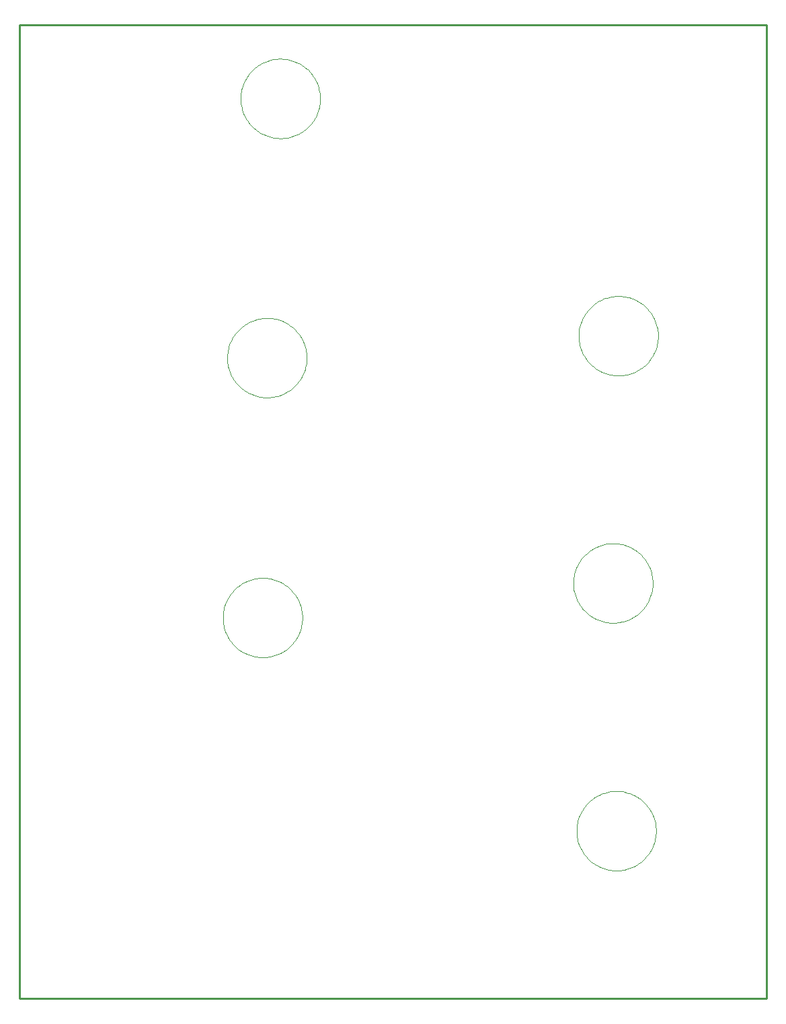
<source format=gko>
G04*
G04 #@! TF.GenerationSoftware,Altium Limited,Altium Designer,21.7.2 (23)*
G04*
G04 Layer_Color=16711935*
%FSLAX25Y25*%
%MOIN*%
G70*
G04*
G04 #@! TF.SameCoordinates,4BFCC9AB-D371-4FE3-9C4A-9AD3909CC9B1*
G04*
G04*
G04 #@! TF.FilePolarity,Positive*
G04*
G01*
G75*
%ADD13C,0.01000*%
%ADD123C,0.00394*%
D13*
X11811Y11811D02*
X381890D01*
X11811Y494095D02*
X381890D01*
Y11811D02*
Y494095D01*
X11811Y11811D02*
Y494095D01*
D123*
X158878Y466048D02*
X158434Y466941D01*
X157945Y467810D01*
X157413Y468654D01*
X156839Y469469D01*
X156224Y470255D01*
X155570Y471008D01*
X154878Y471727D01*
X154152Y472410D01*
X153391Y473055D01*
X152599Y473661D01*
X151778Y474226D01*
X150928Y474749D01*
X150053Y475228D01*
X149155Y475662D01*
X148237Y476050D01*
X147300Y476392D01*
X146346Y476685D01*
X145379Y476929D01*
X144401Y477125D01*
X143415Y477270D01*
X142422Y477365D01*
X141426Y477410D01*
X140428Y477405D01*
X139432Y477349D01*
X138441Y477242D01*
X137456Y477085D01*
X136480Y476879D01*
X135516Y476624D01*
X134566Y476320D01*
X133633Y475968D01*
X132718Y475570D01*
X131825Y475126D01*
X130956Y474637D01*
X130113Y474104D01*
X129297Y473530D01*
X128512Y472915D01*
X127759Y472261D01*
X127040Y471570D01*
X126357Y470843D01*
X125712Y470083D01*
X125106Y469291D01*
X124540Y468469D01*
X124018Y467620D01*
X123539Y466745D01*
X123104Y465847D01*
X122716Y464928D01*
X122375Y463991D01*
X122082Y463038D01*
X121837Y462071D01*
X121642Y461093D01*
X121497Y460106D01*
X121401Y459113D01*
X121356Y458117D01*
X121362Y457120D01*
X121418Y456124D01*
X121525Y455132D01*
X121681Y454147D01*
X121888Y453171D01*
X122143Y452207D01*
X122447Y451257D01*
X122799Y450324D01*
X123197Y449410D01*
X123641Y448517D01*
X124130Y447647D01*
X124662Y446804D01*
X125237Y445989D01*
X125852Y445203D01*
X126506Y444450D01*
X127197Y443731D01*
X127924Y443048D01*
X128684Y442403D01*
X129476Y441797D01*
X130298Y441232D01*
X131147Y440709D01*
X132022Y440230D01*
X132920Y439796D01*
X133839Y439408D01*
X134776Y439067D01*
X135729Y438773D01*
X136696Y438529D01*
X137674Y438334D01*
X138661Y438188D01*
X139654Y438093D01*
X140650Y438048D01*
X141647Y438053D01*
X142643Y438110D01*
X143635Y438216D01*
X144620Y438373D01*
X145595Y438579D01*
X146560Y438834D01*
X147509Y439138D01*
X148443Y439490D01*
X149357Y439888D01*
X150250Y440333D01*
X151119Y440822D01*
X151963Y441354D01*
X152778Y441928D01*
X153563Y442543D01*
X154316Y443197D01*
X155035Y443888D01*
X155718Y444615D01*
X156364Y445375D01*
X156970Y446168D01*
X157535Y446989D01*
X158058Y447839D01*
X158537Y448713D01*
X158971Y449611D01*
X159359Y450530D01*
X159700Y451467D01*
X159993Y452421D01*
X160238Y453387D01*
X160433Y454365D01*
X160579Y455352D01*
X160674Y456345D01*
X160719Y457341D01*
X160713Y458339D01*
X160657Y459334D01*
X160551Y460326D01*
X160394Y461311D01*
X160188Y462287D01*
X159932Y463251D01*
X159628Y464201D01*
X159277Y465134D01*
X158878Y466048D01*
X326428Y348481D02*
X325984Y349374D01*
X325495Y350243D01*
X324963Y351086D01*
X324388Y351902D01*
X323773Y352687D01*
X323119Y353440D01*
X322428Y354159D01*
X321702Y354842D01*
X320941Y355487D01*
X320149Y356093D01*
X319327Y356658D01*
X318478Y357181D01*
X317603Y357660D01*
X316705Y358095D01*
X315787Y358483D01*
X314849Y358824D01*
X313896Y359117D01*
X312929Y359362D01*
X311951Y359557D01*
X310964Y359702D01*
X309972Y359798D01*
X308975Y359842D01*
X307978Y359837D01*
X306982Y359781D01*
X305991Y359674D01*
X305006Y359518D01*
X304030Y359311D01*
X303066Y359056D01*
X302116Y358752D01*
X301183Y358400D01*
X300268Y358002D01*
X299375Y357558D01*
X298506Y357069D01*
X297662Y356537D01*
X296847Y355962D01*
X296062Y355347D01*
X295309Y354693D01*
X294590Y354002D01*
X293907Y353275D01*
X293261Y352515D01*
X292655Y351723D01*
X292090Y350901D01*
X291567Y350052D01*
X291088Y349177D01*
X290654Y348279D01*
X290266Y347360D01*
X289925Y346423D01*
X289632Y345470D01*
X289387Y344503D01*
X289192Y343525D01*
X289047Y342538D01*
X288951Y341545D01*
X288906Y340549D01*
X288912Y339552D01*
X288968Y338556D01*
X289074Y337564D01*
X289231Y336579D01*
X289437Y335604D01*
X289693Y334640D01*
X289997Y333690D01*
X290348Y332756D01*
X290747Y331842D01*
X291191Y330949D01*
X291680Y330080D01*
X292212Y329236D01*
X292787Y328421D01*
X293402Y327636D01*
X294055Y326883D01*
X294747Y326164D01*
X295473Y325481D01*
X296234Y324835D01*
X297026Y324229D01*
X297848Y323664D01*
X298697Y323141D01*
X299572Y322662D01*
X300470Y322228D01*
X301388Y321840D01*
X302326Y321499D01*
X303279Y321205D01*
X304246Y320961D01*
X305224Y320766D01*
X306210Y320620D01*
X307203Y320525D01*
X308200Y320480D01*
X309197Y320486D01*
X310193Y320542D01*
X311184Y320648D01*
X312169Y320805D01*
X313145Y321011D01*
X314109Y321267D01*
X315059Y321570D01*
X315992Y321922D01*
X316907Y322321D01*
X317800Y322765D01*
X318669Y323254D01*
X319512Y323786D01*
X320328Y324360D01*
X321113Y324975D01*
X321866Y325629D01*
X322585Y326321D01*
X323268Y327047D01*
X323914Y327808D01*
X324519Y328600D01*
X325085Y329421D01*
X325607Y330271D01*
X326087Y331146D01*
X326521Y332044D01*
X326909Y332962D01*
X327250Y333899D01*
X327543Y334853D01*
X327788Y335820D01*
X327983Y336798D01*
X328129Y337784D01*
X328224Y338777D01*
X328269Y339774D01*
X328263Y340771D01*
X328207Y341767D01*
X328100Y342758D01*
X327944Y343743D01*
X327738Y344719D01*
X327482Y345683D01*
X327178Y346633D01*
X326827Y347566D01*
X326428Y348481D01*
X151918Y338237D02*
X151443Y339114D01*
X150924Y339965D01*
X150363Y340790D01*
X149760Y341584D01*
X149118Y342348D01*
X148438Y343078D01*
X147722Y343772D01*
X146972Y344429D01*
X146190Y345048D01*
X145377Y345626D01*
X144536Y346162D01*
X143669Y346655D01*
X142778Y347103D01*
X141866Y347506D01*
X140934Y347861D01*
X139985Y348170D01*
X139023Y348429D01*
X138048Y348640D01*
X137063Y348801D01*
X136072Y348912D01*
X135077Y348973D01*
X134079Y348983D01*
X133083Y348942D01*
X132090Y348851D01*
X131102Y348710D01*
X130123Y348520D01*
X129155Y348279D01*
X128201Y347990D01*
X127262Y347654D01*
X126342Y347270D01*
X125442Y346839D01*
X124565Y346364D01*
X123713Y345845D01*
X122889Y345284D01*
X122094Y344681D01*
X121331Y344040D01*
X120601Y343360D01*
X119906Y342644D01*
X119249Y341894D01*
X118631Y341111D01*
X118053Y340299D01*
X117517Y339458D01*
X117024Y338590D01*
X116576Y337699D01*
X116173Y336787D01*
X115817Y335855D01*
X115509Y334907D01*
X115249Y333944D01*
X115039Y332969D01*
X114877Y331985D01*
X114767Y330994D01*
X114706Y329998D01*
X114696Y329001D01*
X114736Y328004D01*
X114827Y327011D01*
X114968Y326024D01*
X115159Y325045D01*
X115399Y324077D01*
X115688Y323122D01*
X116025Y322183D01*
X116409Y321263D01*
X116839Y320363D01*
X117314Y319486D01*
X117833Y318635D01*
X118395Y317810D01*
X118997Y317015D01*
X119639Y316252D01*
X120319Y315522D01*
X121035Y314828D01*
X121785Y314171D01*
X122567Y313552D01*
X123380Y312974D01*
X124221Y312438D01*
X125088Y311945D01*
X125979Y311497D01*
X126892Y311094D01*
X127823Y310738D01*
X128772Y310430D01*
X129735Y310171D01*
X130710Y309960D01*
X131694Y309799D01*
X132685Y309688D01*
X133681Y309627D01*
X134678Y309617D01*
X135674Y309658D01*
X136668Y309748D01*
X137655Y309890D01*
X138634Y310080D01*
X139602Y310320D01*
X140557Y310609D01*
X141495Y310946D01*
X142416Y311330D01*
X143315Y311760D01*
X144192Y312236D01*
X145044Y312755D01*
X145868Y313316D01*
X146663Y313918D01*
X147426Y314560D01*
X148156Y315240D01*
X148851Y315956D01*
X149508Y316706D01*
X150127Y317489D01*
X150705Y318302D01*
X151241Y319143D01*
X151733Y320010D01*
X152182Y320901D01*
X152584Y321813D01*
X152940Y322745D01*
X153248Y323693D01*
X153508Y324656D01*
X153719Y325631D01*
X153880Y326615D01*
X153991Y327606D01*
X154051Y328602D01*
X154061Y329599D01*
X154021Y330596D01*
X153930Y331589D01*
X153789Y332576D01*
X153598Y333555D01*
X153358Y334523D01*
X153069Y335478D01*
X152732Y336417D01*
X152348Y337337D01*
X151918Y338237D01*
X323469Y226588D02*
X322994Y227465D01*
X322475Y228317D01*
X321913Y229141D01*
X321311Y229936D01*
X320669Y230699D01*
X319989Y231429D01*
X319273Y232123D01*
X318523Y232781D01*
X317741Y233399D01*
X316928Y233977D01*
X316087Y234513D01*
X315220Y235006D01*
X314329Y235454D01*
X313416Y235857D01*
X312485Y236213D01*
X311536Y236521D01*
X310573Y236781D01*
X309598Y236991D01*
X308614Y237152D01*
X307623Y237263D01*
X306627Y237324D01*
X305630Y237334D01*
X304634Y237294D01*
X303640Y237203D01*
X302653Y237062D01*
X301674Y236871D01*
X300706Y236631D01*
X299752Y236342D01*
X298813Y236005D01*
X297892Y235621D01*
X296992Y235191D01*
X296116Y234716D01*
X295264Y234196D01*
X294440Y233635D01*
X293645Y233033D01*
X292881Y232391D01*
X292152Y231711D01*
X291457Y230995D01*
X290800Y230245D01*
X290181Y229463D01*
X289603Y228650D01*
X289067Y227809D01*
X288575Y226942D01*
X288126Y226051D01*
X287724Y225138D01*
X287368Y224206D01*
X287060Y223258D01*
X286800Y222295D01*
X286589Y221320D01*
X286428Y220336D01*
X286317Y219345D01*
X286257Y218349D01*
X286247Y217352D01*
X286287Y216355D01*
X286378Y215362D01*
X286519Y214375D01*
X286710Y213396D01*
X286950Y212428D01*
X287239Y211473D01*
X287576Y210535D01*
X287960Y209614D01*
X288390Y208714D01*
X288865Y207837D01*
X289384Y206986D01*
X289945Y206161D01*
X290548Y205367D01*
X291190Y204603D01*
X291870Y203873D01*
X292585Y203179D01*
X293336Y202522D01*
X294118Y201903D01*
X294931Y201325D01*
X295772Y200789D01*
X296639Y200296D01*
X297530Y199848D01*
X298442Y199445D01*
X299374Y199090D01*
X300323Y198782D01*
X301286Y198522D01*
X302260Y198311D01*
X303245Y198150D01*
X304236Y198039D01*
X305231Y197978D01*
X306229Y197968D01*
X307225Y198009D01*
X308218Y198100D01*
X309206Y198241D01*
X310185Y198432D01*
X311153Y198672D01*
X312107Y198961D01*
X313046Y199298D01*
X313966Y199682D01*
X314866Y200112D01*
X315743Y200587D01*
X316595Y201106D01*
X317419Y201667D01*
X318214Y202270D01*
X318977Y202912D01*
X319707Y203591D01*
X320402Y204307D01*
X321059Y205058D01*
X321677Y205840D01*
X322255Y206653D01*
X322791Y207494D01*
X323284Y208361D01*
X323732Y209252D01*
X324135Y210164D01*
X324491Y211096D01*
X324799Y212045D01*
X325059Y213007D01*
X325270Y213982D01*
X325430Y214967D01*
X325541Y215958D01*
X325602Y216953D01*
X325612Y217951D01*
X325572Y218947D01*
X325481Y219940D01*
X325340Y220928D01*
X325149Y221906D01*
X324909Y222874D01*
X324620Y223829D01*
X324283Y224768D01*
X323899Y225688D01*
X323469Y226588D01*
X149457Y210078D02*
X148952Y210937D01*
X148404Y211770D01*
X147814Y212575D01*
X147184Y213348D01*
X146516Y214088D01*
X145811Y214794D01*
X145071Y215463D01*
X144299Y216094D01*
X143495Y216684D01*
X142663Y217234D01*
X141803Y217740D01*
X140919Y218202D01*
X140014Y218619D01*
X139087Y218990D01*
X138144Y219313D01*
X137185Y219588D01*
X136214Y219814D01*
X135232Y219990D01*
X134243Y220117D01*
X133248Y220193D01*
X132252Y220219D01*
X131254Y220194D01*
X130260Y220119D01*
X129271Y219994D01*
X128289Y219818D01*
X127317Y219593D01*
X126358Y219320D01*
X125414Y218998D01*
X124488Y218628D01*
X123581Y218212D01*
X122697Y217751D01*
X121837Y217245D01*
X121004Y216697D01*
X120200Y216107D01*
X119427Y215477D01*
X118686Y214809D01*
X117981Y214104D01*
X117311Y213365D01*
X116681Y212592D01*
X116090Y211789D01*
X115541Y210956D01*
X115034Y210097D01*
X114572Y209213D01*
X114155Y208307D01*
X113785Y207381D01*
X113461Y206437D01*
X113187Y205479D01*
X112961Y204507D01*
X112784Y203526D01*
X112657Y202537D01*
X112581Y201542D01*
X112555Y200545D01*
X112580Y199548D01*
X112655Y198554D01*
X112781Y197564D01*
X112956Y196582D01*
X113181Y195611D01*
X113455Y194651D01*
X113777Y193708D01*
X114146Y192781D01*
X114562Y191875D01*
X115024Y190990D01*
X115529Y190131D01*
X116077Y189298D01*
X116667Y188493D01*
X117297Y187720D01*
X117965Y186980D01*
X118670Y186274D01*
X119410Y185605D01*
X120182Y184974D01*
X120986Y184383D01*
X121818Y183834D01*
X122678Y183328D01*
X123561Y182866D01*
X124467Y182449D01*
X125393Y182078D01*
X126337Y181755D01*
X127296Y181480D01*
X128267Y181254D01*
X129249Y181078D01*
X130238Y180951D01*
X131232Y180875D01*
X132229Y180849D01*
X133226Y180874D01*
X134221Y180949D01*
X135210Y181074D01*
X136192Y181250D01*
X137164Y181475D01*
X138123Y181748D01*
X139067Y182071D01*
X139993Y182440D01*
X140900Y182856D01*
X141784Y183317D01*
X142644Y183823D01*
X143477Y184371D01*
X144281Y184961D01*
X145054Y185591D01*
X145795Y186259D01*
X146500Y186964D01*
X147169Y187703D01*
X147800Y188476D01*
X148391Y189279D01*
X148940Y190112D01*
X149447Y190971D01*
X149909Y191855D01*
X150326Y192761D01*
X150696Y193687D01*
X151019Y194631D01*
X151294Y195589D01*
X151520Y196561D01*
X151697Y197542D01*
X151823Y198531D01*
X151900Y199526D01*
X151926Y200523D01*
X151901Y201520D01*
X151826Y202515D01*
X151700Y203504D01*
X151525Y204486D01*
X151300Y205457D01*
X151026Y206417D01*
X150704Y207360D01*
X150335Y208287D01*
X149919Y209193D01*
X149457Y210078D01*
X324800Y104484D02*
X324295Y105343D01*
X323746Y106177D01*
X323156Y106981D01*
X322527Y107754D01*
X321858Y108495D01*
X321153Y109200D01*
X320414Y109869D01*
X319641Y110500D01*
X318838Y111091D01*
X318005Y111640D01*
X317146Y112146D01*
X316262Y112609D01*
X315356Y113026D01*
X314430Y113396D01*
X313487Y113719D01*
X312528Y113994D01*
X311557Y114220D01*
X310575Y114397D01*
X309586Y114523D01*
X308591Y114600D01*
X307594Y114625D01*
X306597Y114601D01*
X305603Y114525D01*
X304613Y114400D01*
X303631Y114225D01*
X302660Y114000D01*
X301701Y113726D01*
X300757Y113404D01*
X299830Y113034D01*
X298924Y112619D01*
X298040Y112157D01*
X297180Y111652D01*
X296347Y111103D01*
X295543Y110513D01*
X294769Y109884D01*
X294029Y109215D01*
X293323Y108511D01*
X292654Y107771D01*
X292023Y106998D01*
X291433Y106195D01*
X290883Y105362D01*
X290377Y104503D01*
X289915Y103619D01*
X289498Y102713D01*
X289127Y101787D01*
X288804Y100844D01*
X288529Y99885D01*
X288303Y98914D01*
X288127Y97932D01*
X288000Y96943D01*
X287924Y95948D01*
X287898Y94951D01*
X287923Y93954D01*
X287998Y92960D01*
X288123Y91970D01*
X288299Y90988D01*
X288524Y90017D01*
X288798Y89058D01*
X289120Y88114D01*
X289489Y87187D01*
X289905Y86281D01*
X290366Y85397D01*
X290872Y84537D01*
X291420Y83704D01*
X292010Y82900D01*
X292640Y82126D01*
X293308Y81386D01*
X294013Y80680D01*
X294753Y80011D01*
X295525Y79381D01*
X296329Y78790D01*
X297161Y78241D01*
X298020Y77734D01*
X298904Y77272D01*
X299810Y76855D01*
X300736Y76484D01*
X301680Y76161D01*
X302638Y75886D01*
X303610Y75660D01*
X304591Y75484D01*
X305581Y75357D01*
X306575Y75281D01*
X307572Y75255D01*
X308569Y75280D01*
X309564Y75355D01*
X310553Y75481D01*
X311535Y75656D01*
X312507Y75881D01*
X313466Y76155D01*
X314409Y76477D01*
X315336Y76846D01*
X316242Y77262D01*
X317127Y77723D01*
X317986Y78229D01*
X318819Y78777D01*
X319624Y79367D01*
X320397Y79997D01*
X321137Y80665D01*
X321843Y81370D01*
X322512Y82110D01*
X323143Y82882D01*
X323734Y83686D01*
X324283Y84518D01*
X324789Y85378D01*
X325252Y86261D01*
X325669Y87167D01*
X326039Y88093D01*
X326362Y89037D01*
X326637Y89995D01*
X326863Y90967D01*
X327040Y91948D01*
X327166Y92938D01*
X327242Y93932D01*
X327268Y94929D01*
X327243Y95926D01*
X327168Y96921D01*
X327043Y97910D01*
X326867Y98892D01*
X326642Y99864D01*
X326369Y100823D01*
X326047Y101767D01*
X325677Y102693D01*
X325261Y103600D01*
X324800Y104484D01*
M02*

</source>
